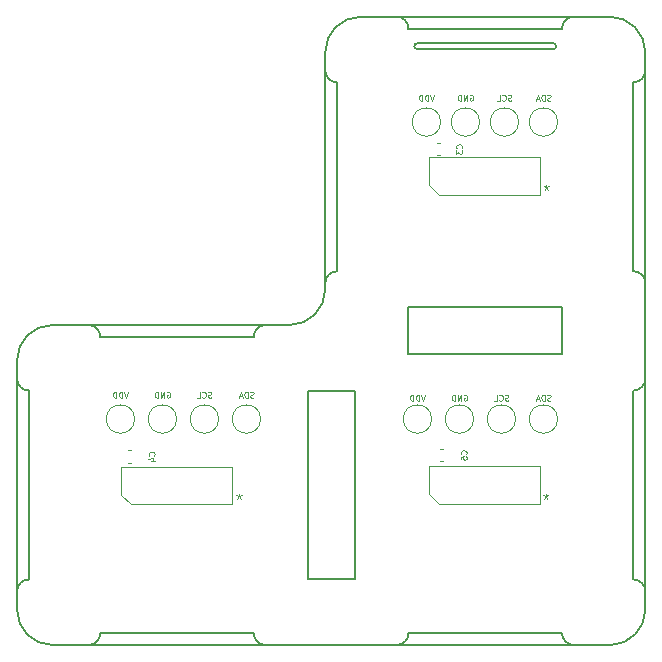
<source format=gbr>
%TF.GenerationSoftware,KiCad,Pcbnew,(5.1.10)-1*%
%TF.CreationDate,2023-09-11T17:59:31-05:00*%
%TF.ProjectId,perovskite_contact_board,7065726f-7673-46b6-9974-655f636f6e74,V3*%
%TF.SameCoordinates,Original*%
%TF.FileFunction,Legend,Bot*%
%TF.FilePolarity,Positive*%
%FSLAX46Y46*%
G04 Gerber Fmt 4.6, Leading zero omitted, Abs format (unit mm)*
G04 Created by KiCad (PCBNEW (5.1.10)-1) date 2023-09-11 17:59:31*
%MOMM*%
%LPD*%
G01*
G04 APERTURE LIST*
%ADD10C,0.100000*%
%ADD11C,0.200000*%
%ADD12C,0.120000*%
G04 APERTURE END LIST*
D10*
X161670952Y-77474000D02*
X161718571Y-77450190D01*
X161790000Y-77450190D01*
X161861428Y-77474000D01*
X161909047Y-77521619D01*
X161932857Y-77569238D01*
X161956666Y-77664476D01*
X161956666Y-77735904D01*
X161932857Y-77831142D01*
X161909047Y-77878761D01*
X161861428Y-77926380D01*
X161790000Y-77950190D01*
X161742380Y-77950190D01*
X161670952Y-77926380D01*
X161647142Y-77902571D01*
X161647142Y-77735904D01*
X161742380Y-77735904D01*
X161432857Y-77950190D02*
X161432857Y-77450190D01*
X161147142Y-77950190D01*
X161147142Y-77450190D01*
X160909047Y-77950190D02*
X160909047Y-77450190D01*
X160790000Y-77450190D01*
X160718571Y-77474000D01*
X160670952Y-77521619D01*
X160647142Y-77569238D01*
X160623333Y-77664476D01*
X160623333Y-77735904D01*
X160647142Y-77831142D01*
X160670952Y-77878761D01*
X160718571Y-77926380D01*
X160790000Y-77950190D01*
X160909047Y-77950190D01*
X132746666Y-102596190D02*
X132580000Y-103096190D01*
X132413333Y-102596190D01*
X132246666Y-103096190D02*
X132246666Y-102596190D01*
X132127619Y-102596190D01*
X132056190Y-102620000D01*
X132008571Y-102667619D01*
X131984761Y-102715238D01*
X131960952Y-102810476D01*
X131960952Y-102881904D01*
X131984761Y-102977142D01*
X132008571Y-103024761D01*
X132056190Y-103072380D01*
X132127619Y-103096190D01*
X132246666Y-103096190D01*
X131746666Y-103096190D02*
X131746666Y-102596190D01*
X131627619Y-102596190D01*
X131556190Y-102620000D01*
X131508571Y-102667619D01*
X131484761Y-102715238D01*
X131460952Y-102810476D01*
X131460952Y-102881904D01*
X131484761Y-102977142D01*
X131508571Y-103024761D01*
X131556190Y-103072380D01*
X131627619Y-103096190D01*
X131746666Y-103096190D01*
X136016952Y-102620000D02*
X136064571Y-102596190D01*
X136136000Y-102596190D01*
X136207428Y-102620000D01*
X136255047Y-102667619D01*
X136278857Y-102715238D01*
X136302666Y-102810476D01*
X136302666Y-102881904D01*
X136278857Y-102977142D01*
X136255047Y-103024761D01*
X136207428Y-103072380D01*
X136136000Y-103096190D01*
X136088380Y-103096190D01*
X136016952Y-103072380D01*
X135993142Y-103048571D01*
X135993142Y-102881904D01*
X136088380Y-102881904D01*
X135778857Y-103096190D02*
X135778857Y-102596190D01*
X135493142Y-103096190D01*
X135493142Y-102596190D01*
X135255047Y-103096190D02*
X135255047Y-102596190D01*
X135136000Y-102596190D01*
X135064571Y-102620000D01*
X135016952Y-102667619D01*
X134993142Y-102715238D01*
X134969333Y-102810476D01*
X134969333Y-102881904D01*
X134993142Y-102977142D01*
X135016952Y-103024761D01*
X135064571Y-103072380D01*
X135136000Y-103096190D01*
X135255047Y-103096190D01*
X143355142Y-103072380D02*
X143283714Y-103096190D01*
X143164666Y-103096190D01*
X143117047Y-103072380D01*
X143093238Y-103048571D01*
X143069428Y-103000952D01*
X143069428Y-102953333D01*
X143093238Y-102905714D01*
X143117047Y-102881904D01*
X143164666Y-102858095D01*
X143259904Y-102834285D01*
X143307523Y-102810476D01*
X143331333Y-102786666D01*
X143355142Y-102739047D01*
X143355142Y-102691428D01*
X143331333Y-102643809D01*
X143307523Y-102620000D01*
X143259904Y-102596190D01*
X143140857Y-102596190D01*
X143069428Y-102620000D01*
X142855142Y-103096190D02*
X142855142Y-102596190D01*
X142736095Y-102596190D01*
X142664666Y-102620000D01*
X142617047Y-102667619D01*
X142593238Y-102715238D01*
X142569428Y-102810476D01*
X142569428Y-102881904D01*
X142593238Y-102977142D01*
X142617047Y-103024761D01*
X142664666Y-103072380D01*
X142736095Y-103096190D01*
X142855142Y-103096190D01*
X142378952Y-102953333D02*
X142140857Y-102953333D01*
X142426571Y-103096190D02*
X142259904Y-102596190D01*
X142093238Y-103096190D01*
X139787238Y-103072380D02*
X139715809Y-103096190D01*
X139596761Y-103096190D01*
X139549142Y-103072380D01*
X139525333Y-103048571D01*
X139501523Y-103000952D01*
X139501523Y-102953333D01*
X139525333Y-102905714D01*
X139549142Y-102881904D01*
X139596761Y-102858095D01*
X139692000Y-102834285D01*
X139739619Y-102810476D01*
X139763428Y-102786666D01*
X139787238Y-102739047D01*
X139787238Y-102691428D01*
X139763428Y-102643809D01*
X139739619Y-102620000D01*
X139692000Y-102596190D01*
X139572952Y-102596190D01*
X139501523Y-102620000D01*
X139001523Y-103048571D02*
X139025333Y-103072380D01*
X139096761Y-103096190D01*
X139144380Y-103096190D01*
X139215809Y-103072380D01*
X139263428Y-103024761D01*
X139287238Y-102977142D01*
X139311047Y-102881904D01*
X139311047Y-102810476D01*
X139287238Y-102715238D01*
X139263428Y-102667619D01*
X139215809Y-102620000D01*
X139144380Y-102596190D01*
X139096761Y-102596190D01*
X139025333Y-102620000D01*
X139001523Y-102643809D01*
X138549142Y-103096190D02*
X138787238Y-103096190D01*
X138787238Y-102596190D01*
X142113000Y-111212380D02*
X142113000Y-111450476D01*
X142351095Y-111355238D02*
X142113000Y-111450476D01*
X141874904Y-111355238D01*
X142255857Y-111640952D02*
X142113000Y-111450476D01*
X141970142Y-111640952D01*
X168084500Y-111212380D02*
X168084500Y-111450476D01*
X168322595Y-111355238D02*
X168084500Y-111450476D01*
X167846404Y-111355238D01*
X168227357Y-111640952D02*
X168084500Y-111450476D01*
X167941642Y-111640952D01*
X168148000Y-85050380D02*
X168148000Y-85288476D01*
X168386095Y-85193238D02*
X168148000Y-85288476D01*
X167909904Y-85193238D01*
X168290857Y-85478952D02*
X168148000Y-85288476D01*
X168005142Y-85478952D01*
X161162952Y-102874000D02*
X161210571Y-102850190D01*
X161282000Y-102850190D01*
X161353428Y-102874000D01*
X161401047Y-102921619D01*
X161424857Y-102969238D01*
X161448666Y-103064476D01*
X161448666Y-103135904D01*
X161424857Y-103231142D01*
X161401047Y-103278761D01*
X161353428Y-103326380D01*
X161282000Y-103350190D01*
X161234380Y-103350190D01*
X161162952Y-103326380D01*
X161139142Y-103302571D01*
X161139142Y-103135904D01*
X161234380Y-103135904D01*
X160924857Y-103350190D02*
X160924857Y-102850190D01*
X160639142Y-103350190D01*
X160639142Y-102850190D01*
X160401047Y-103350190D02*
X160401047Y-102850190D01*
X160282000Y-102850190D01*
X160210571Y-102874000D01*
X160162952Y-102921619D01*
X160139142Y-102969238D01*
X160115333Y-103064476D01*
X160115333Y-103135904D01*
X160139142Y-103231142D01*
X160162952Y-103278761D01*
X160210571Y-103326380D01*
X160282000Y-103350190D01*
X160401047Y-103350190D01*
X157892666Y-102850190D02*
X157726000Y-103350190D01*
X157559333Y-102850190D01*
X157392666Y-103350190D02*
X157392666Y-102850190D01*
X157273619Y-102850190D01*
X157202190Y-102874000D01*
X157154571Y-102921619D01*
X157130761Y-102969238D01*
X157106952Y-103064476D01*
X157106952Y-103135904D01*
X157130761Y-103231142D01*
X157154571Y-103278761D01*
X157202190Y-103326380D01*
X157273619Y-103350190D01*
X157392666Y-103350190D01*
X156892666Y-103350190D02*
X156892666Y-102850190D01*
X156773619Y-102850190D01*
X156702190Y-102874000D01*
X156654571Y-102921619D01*
X156630761Y-102969238D01*
X156606952Y-103064476D01*
X156606952Y-103135904D01*
X156630761Y-103231142D01*
X156654571Y-103278761D01*
X156702190Y-103326380D01*
X156773619Y-103350190D01*
X156892666Y-103350190D01*
X164933238Y-103326380D02*
X164861809Y-103350190D01*
X164742761Y-103350190D01*
X164695142Y-103326380D01*
X164671333Y-103302571D01*
X164647523Y-103254952D01*
X164647523Y-103207333D01*
X164671333Y-103159714D01*
X164695142Y-103135904D01*
X164742761Y-103112095D01*
X164838000Y-103088285D01*
X164885619Y-103064476D01*
X164909428Y-103040666D01*
X164933238Y-102993047D01*
X164933238Y-102945428D01*
X164909428Y-102897809D01*
X164885619Y-102874000D01*
X164838000Y-102850190D01*
X164718952Y-102850190D01*
X164647523Y-102874000D01*
X164147523Y-103302571D02*
X164171333Y-103326380D01*
X164242761Y-103350190D01*
X164290380Y-103350190D01*
X164361809Y-103326380D01*
X164409428Y-103278761D01*
X164433238Y-103231142D01*
X164457047Y-103135904D01*
X164457047Y-103064476D01*
X164433238Y-102969238D01*
X164409428Y-102921619D01*
X164361809Y-102874000D01*
X164290380Y-102850190D01*
X164242761Y-102850190D01*
X164171333Y-102874000D01*
X164147523Y-102897809D01*
X163695142Y-103350190D02*
X163933238Y-103350190D01*
X163933238Y-102850190D01*
X168501142Y-103326380D02*
X168429714Y-103350190D01*
X168310666Y-103350190D01*
X168263047Y-103326380D01*
X168239238Y-103302571D01*
X168215428Y-103254952D01*
X168215428Y-103207333D01*
X168239238Y-103159714D01*
X168263047Y-103135904D01*
X168310666Y-103112095D01*
X168405904Y-103088285D01*
X168453523Y-103064476D01*
X168477333Y-103040666D01*
X168501142Y-102993047D01*
X168501142Y-102945428D01*
X168477333Y-102897809D01*
X168453523Y-102874000D01*
X168405904Y-102850190D01*
X168286857Y-102850190D01*
X168215428Y-102874000D01*
X168001142Y-103350190D02*
X168001142Y-102850190D01*
X167882095Y-102850190D01*
X167810666Y-102874000D01*
X167763047Y-102921619D01*
X167739238Y-102969238D01*
X167715428Y-103064476D01*
X167715428Y-103135904D01*
X167739238Y-103231142D01*
X167763047Y-103278761D01*
X167810666Y-103326380D01*
X167882095Y-103350190D01*
X168001142Y-103350190D01*
X167524952Y-103207333D02*
X167286857Y-103207333D01*
X167572571Y-103350190D02*
X167405904Y-102850190D01*
X167239238Y-103350190D01*
X158654666Y-77450190D02*
X158488000Y-77950190D01*
X158321333Y-77450190D01*
X158154666Y-77950190D02*
X158154666Y-77450190D01*
X158035619Y-77450190D01*
X157964190Y-77474000D01*
X157916571Y-77521619D01*
X157892761Y-77569238D01*
X157868952Y-77664476D01*
X157868952Y-77735904D01*
X157892761Y-77831142D01*
X157916571Y-77878761D01*
X157964190Y-77926380D01*
X158035619Y-77950190D01*
X158154666Y-77950190D01*
X157654666Y-77950190D02*
X157654666Y-77450190D01*
X157535619Y-77450190D01*
X157464190Y-77474000D01*
X157416571Y-77521619D01*
X157392761Y-77569238D01*
X157368952Y-77664476D01*
X157368952Y-77735904D01*
X157392761Y-77831142D01*
X157416571Y-77878761D01*
X157464190Y-77926380D01*
X157535619Y-77950190D01*
X157654666Y-77950190D01*
X168501142Y-77926380D02*
X168429714Y-77950190D01*
X168310666Y-77950190D01*
X168263047Y-77926380D01*
X168239238Y-77902571D01*
X168215428Y-77854952D01*
X168215428Y-77807333D01*
X168239238Y-77759714D01*
X168263047Y-77735904D01*
X168310666Y-77712095D01*
X168405904Y-77688285D01*
X168453523Y-77664476D01*
X168477333Y-77640666D01*
X168501142Y-77593047D01*
X168501142Y-77545428D01*
X168477333Y-77497809D01*
X168453523Y-77474000D01*
X168405904Y-77450190D01*
X168286857Y-77450190D01*
X168215428Y-77474000D01*
X168001142Y-77950190D02*
X168001142Y-77450190D01*
X167882095Y-77450190D01*
X167810666Y-77474000D01*
X167763047Y-77521619D01*
X167739238Y-77569238D01*
X167715428Y-77664476D01*
X167715428Y-77735904D01*
X167739238Y-77831142D01*
X167763047Y-77878761D01*
X167810666Y-77926380D01*
X167882095Y-77950190D01*
X168001142Y-77950190D01*
X167524952Y-77807333D02*
X167286857Y-77807333D01*
X167572571Y-77950190D02*
X167405904Y-77450190D01*
X167239238Y-77950190D01*
X165187238Y-77926380D02*
X165115809Y-77950190D01*
X164996761Y-77950190D01*
X164949142Y-77926380D01*
X164925333Y-77902571D01*
X164901523Y-77854952D01*
X164901523Y-77807333D01*
X164925333Y-77759714D01*
X164949142Y-77735904D01*
X164996761Y-77712095D01*
X165092000Y-77688285D01*
X165139619Y-77664476D01*
X165163428Y-77640666D01*
X165187238Y-77593047D01*
X165187238Y-77545428D01*
X165163428Y-77497809D01*
X165139619Y-77474000D01*
X165092000Y-77450190D01*
X164972952Y-77450190D01*
X164901523Y-77474000D01*
X164401523Y-77902571D02*
X164425333Y-77926380D01*
X164496761Y-77950190D01*
X164544380Y-77950190D01*
X164615809Y-77926380D01*
X164663428Y-77878761D01*
X164687238Y-77831142D01*
X164711047Y-77735904D01*
X164711047Y-77664476D01*
X164687238Y-77569238D01*
X164663428Y-77521619D01*
X164615809Y-77474000D01*
X164544380Y-77450190D01*
X164496761Y-77450190D01*
X164425333Y-77474000D01*
X164401523Y-77497809D01*
X163949142Y-77950190D02*
X164187238Y-77950190D01*
X164187238Y-77450190D01*
D11*
X124319501Y-102488499D02*
G75*
G02*
X123319501Y-101488499I0J1000000D01*
G01*
X123319501Y-119488499D02*
G75*
G02*
X124319501Y-118488499I1000000J0D01*
G01*
X130369501Y-123038499D02*
G75*
G02*
X129369501Y-124038499I-1000000J0D01*
G01*
X143369501Y-97938499D02*
G75*
G02*
X144369501Y-96938499I1000000J0D01*
G01*
X129369501Y-96938499D02*
G75*
G02*
X130369501Y-97938499I0J-1000000D01*
G01*
X143369501Y-97938499D02*
X130369501Y-97938499D01*
X130369501Y-123038499D02*
X143369501Y-123038499D01*
X124319501Y-102488499D02*
X124319501Y-118488499D01*
X150419500Y-76388500D02*
X150419500Y-92388500D01*
X147919500Y-118488499D02*
X147919500Y-102488499D01*
X170469500Y-124038499D02*
G75*
G02*
X169469500Y-123038499I0J1000000D01*
G01*
X156469500Y-123038499D02*
G75*
G02*
X155469500Y-124038499I-1000000J0D01*
G01*
X126319501Y-124038499D02*
G75*
G02*
X123319501Y-121038499I0J3000000D01*
G01*
X152419500Y-70838500D02*
X173519500Y-70838500D01*
X123319501Y-121038499D02*
X123319501Y-99938499D01*
X151919500Y-102488499D02*
X151919500Y-118488499D01*
X149419500Y-73838500D02*
G75*
G02*
X152419500Y-70838500I3000000J0D01*
G01*
X151919500Y-118488499D02*
X147919500Y-118488499D01*
X176519500Y-121038499D02*
G75*
G02*
X173519500Y-124038499I-3000000J0D01*
G01*
X150419500Y-76388500D02*
G75*
G02*
X149419500Y-75388500I0J1000000D01*
G01*
X126319501Y-96938499D02*
X146419500Y-96938499D01*
X155469500Y-70838500D02*
G75*
G02*
X156469500Y-71838500I0J-1000000D01*
G01*
X176519500Y-75388500D02*
X176519500Y-73838500D01*
X149419500Y-93938499D02*
G75*
G02*
X146419500Y-96938499I-3000000J0D01*
G01*
X175519500Y-92388500D02*
G75*
G02*
X176519500Y-93388500I0J-1000000D01*
G01*
X123319501Y-99938499D02*
G75*
G02*
X126319501Y-96938499I3000000J0D01*
G01*
X175519500Y-118488499D02*
X175519500Y-102488499D01*
X176519500Y-101488499D02*
G75*
G02*
X175519500Y-102488499I-1000000J0D01*
G01*
X175519500Y-118488499D02*
G75*
G02*
X176519500Y-119488499I0J-1000000D01*
G01*
X156469500Y-99438499D02*
X156469500Y-95438499D01*
X173519500Y-124038499D02*
X126319501Y-124038499D01*
X156469500Y-95438499D02*
X169469500Y-95438499D01*
X173519500Y-70838500D02*
G75*
G02*
X176519500Y-73838500I0J-3000000D01*
G01*
X157219500Y-73088500D02*
X168719500Y-73088500D01*
X147919500Y-102488499D02*
X151919500Y-102488499D01*
X169469500Y-95438499D02*
X169469500Y-99438499D01*
X169469500Y-99438499D02*
X156469500Y-99438499D01*
X176519500Y-73838500D02*
X176519500Y-121038499D01*
X149419500Y-93938499D02*
X149419500Y-73838500D01*
X169469500Y-71838500D02*
X156469500Y-71838500D01*
X176519500Y-75388500D02*
G75*
G02*
X175519500Y-76388500I-1000000J0D01*
G01*
X144369501Y-124038499D02*
G75*
G02*
X143369501Y-123038499I0J1000000D01*
G01*
X169469500Y-71838500D02*
G75*
G02*
X170469500Y-70838500I1000000J0D01*
G01*
X156469500Y-123038499D02*
X169469500Y-123038499D01*
X175519500Y-92388500D02*
X175519500Y-76388500D01*
X149419500Y-93388500D02*
G75*
G02*
X150419500Y-92388500I1000000J0D01*
G01*
X168719500Y-73088500D02*
G75*
G02*
X168719500Y-73588500I0J-250000D01*
G01*
X157219500Y-73588500D02*
G75*
G02*
X157219500Y-73088500I0J250000D01*
G01*
X157219500Y-73588500D02*
X168719500Y-73588500D01*
D12*
%TO.C,C5*%
X159117420Y-108460000D02*
X159398580Y-108460000D01*
X159117420Y-107440000D02*
X159398580Y-107440000D01*
%TO.C,C4*%
X132701420Y-108587000D02*
X132982580Y-108587000D01*
X132701420Y-107567000D02*
X132982580Y-107567000D01*
%TO.C,C3*%
X158863420Y-82552000D02*
X159144580Y-82552000D01*
X158863420Y-81532000D02*
X159144580Y-81532000D01*
%TO.C,JP103.8*%
X143948000Y-104902000D02*
G75*
G03*
X143948000Y-104902000I-1200000J0D01*
G01*
%TO.C,JP103.11*%
X165538000Y-104902000D02*
G75*
G03*
X165538000Y-104902000I-1200000J0D01*
G01*
%TO.C,JP103.7*%
X140392000Y-104902000D02*
G75*
G03*
X140392000Y-104902000I-1200000J0D01*
G01*
%TO.C,JP103.10*%
X158426000Y-104902000D02*
G75*
G03*
X158426000Y-104902000I-1200000J0D01*
G01*
%TO.C,JP103.6*%
X133280000Y-104902000D02*
G75*
G03*
X133280000Y-104902000I-1200000J0D01*
G01*
%TO.C,JP103.12*%
X169094000Y-104902000D02*
G75*
G03*
X169094000Y-104902000I-1200000J0D01*
G01*
%TO.C,JP103.5*%
X136836000Y-104902000D02*
G75*
G03*
X136836000Y-104902000I-1200000J0D01*
G01*
%TO.C,JP103.9*%
X161982000Y-104902000D02*
G75*
G03*
X161982000Y-104902000I-1200000J0D01*
G01*
%TO.C,JP103.4*%
X169094000Y-79756000D02*
G75*
G03*
X169094000Y-79756000I-1200000J0D01*
G01*
%TO.C,JP103.3*%
X165792000Y-79756000D02*
G75*
G03*
X165792000Y-79756000I-1200000J0D01*
G01*
%TO.C,JP103.2*%
X159188000Y-79756000D02*
G75*
G03*
X159188000Y-79756000I-1200000J0D01*
G01*
%TO.C,JP103.1*%
X162490000Y-79756000D02*
G75*
G03*
X162490000Y-79756000I-1200000J0D01*
G01*
%TO.C,U6*%
X158241000Y-108905000D02*
X158241000Y-111275000D01*
X167641000Y-108905000D02*
X158241000Y-108905000D01*
X167641000Y-112075000D02*
X167641000Y-108905000D01*
X159041000Y-112075000D02*
X167641000Y-112075000D01*
X158241000Y-111275000D02*
X159041000Y-112075000D01*
%TO.C,U5*%
X132142500Y-108968500D02*
X132142500Y-111338500D01*
X141542500Y-108968500D02*
X132142500Y-108968500D01*
X141542500Y-112138500D02*
X141542500Y-108968500D01*
X132942500Y-112138500D02*
X141542500Y-112138500D01*
X132142500Y-111338500D02*
X132942500Y-112138500D01*
%TO.C,U4*%
X158241000Y-82743000D02*
X158241000Y-85113000D01*
X167641000Y-82743000D02*
X158241000Y-82743000D01*
X167641000Y-85913000D02*
X167641000Y-82743000D01*
X159041000Y-85913000D02*
X167641000Y-85913000D01*
X158241000Y-85113000D02*
X159041000Y-85913000D01*
%TO.C,C5*%
D10*
X161341571Y-107866666D02*
X161365380Y-107842857D01*
X161389190Y-107771428D01*
X161389190Y-107723809D01*
X161365380Y-107652380D01*
X161317761Y-107604761D01*
X161270142Y-107580952D01*
X161174904Y-107557142D01*
X161103476Y-107557142D01*
X161008238Y-107580952D01*
X160960619Y-107604761D01*
X160913000Y-107652380D01*
X160889190Y-107723809D01*
X160889190Y-107771428D01*
X160913000Y-107842857D01*
X160936809Y-107866666D01*
X160889190Y-108319047D02*
X160889190Y-108080952D01*
X161127285Y-108057142D01*
X161103476Y-108080952D01*
X161079666Y-108128571D01*
X161079666Y-108247619D01*
X161103476Y-108295238D01*
X161127285Y-108319047D01*
X161174904Y-108342857D01*
X161293952Y-108342857D01*
X161341571Y-108319047D01*
X161365380Y-108295238D01*
X161389190Y-108247619D01*
X161389190Y-108128571D01*
X161365380Y-108080952D01*
X161341571Y-108057142D01*
%TO.C,C4*%
X134925571Y-107993666D02*
X134949380Y-107969857D01*
X134973190Y-107898428D01*
X134973190Y-107850809D01*
X134949380Y-107779380D01*
X134901761Y-107731761D01*
X134854142Y-107707952D01*
X134758904Y-107684142D01*
X134687476Y-107684142D01*
X134592238Y-107707952D01*
X134544619Y-107731761D01*
X134497000Y-107779380D01*
X134473190Y-107850809D01*
X134473190Y-107898428D01*
X134497000Y-107969857D01*
X134520809Y-107993666D01*
X134639857Y-108422238D02*
X134973190Y-108422238D01*
X134449380Y-108303190D02*
X134806523Y-108184142D01*
X134806523Y-108493666D01*
%TO.C,C3*%
X160960571Y-81958666D02*
X160984380Y-81934857D01*
X161008190Y-81863428D01*
X161008190Y-81815809D01*
X160984380Y-81744380D01*
X160936761Y-81696761D01*
X160889142Y-81672952D01*
X160793904Y-81649142D01*
X160722476Y-81649142D01*
X160627238Y-81672952D01*
X160579619Y-81696761D01*
X160532000Y-81744380D01*
X160508190Y-81815809D01*
X160508190Y-81863428D01*
X160532000Y-81934857D01*
X160555809Y-81958666D01*
X160508190Y-82125333D02*
X160508190Y-82434857D01*
X160698666Y-82268190D01*
X160698666Y-82339619D01*
X160722476Y-82387238D01*
X160746285Y-82411047D01*
X160793904Y-82434857D01*
X160912952Y-82434857D01*
X160960571Y-82411047D01*
X160984380Y-82387238D01*
X161008190Y-82339619D01*
X161008190Y-82196761D01*
X160984380Y-82149142D01*
X160960571Y-82125333D01*
%TD*%
M02*

</source>
